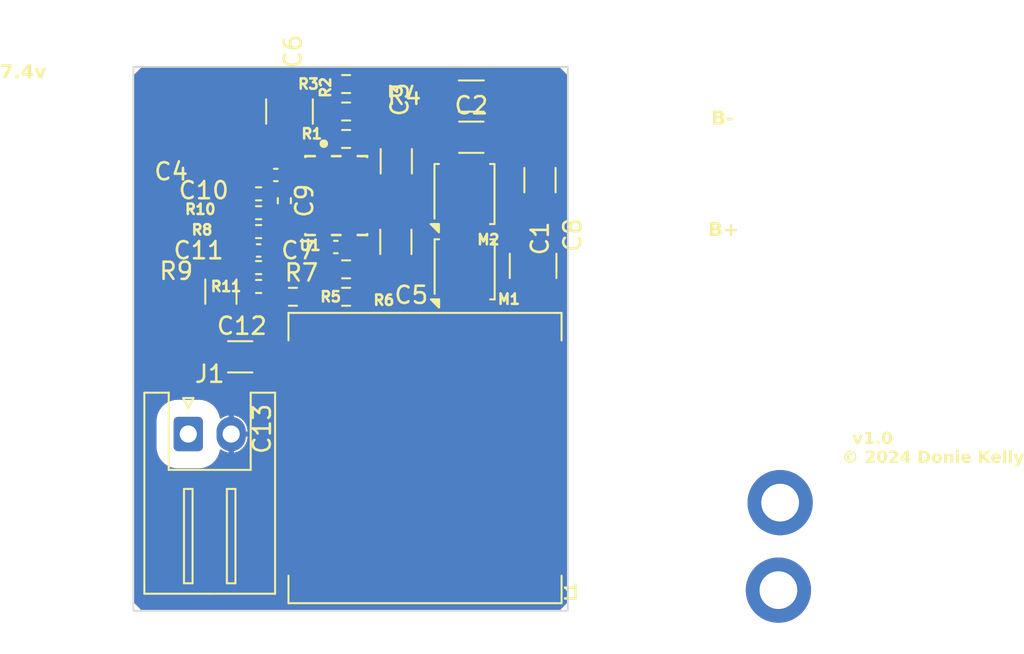
<source format=kicad_pcb>
(kicad_pcb (version 20240108) (generator "pcbnew") (generator_version "8.0")
  (layers (0 "F.Cu" signal) (31 "B.Cu" signal) (34 "B.Paste" user) (35 "F.Paste" user) (36 "B.SilkS" user "B.Silkscreen") (37 "F.SilkS" user "F.Silkscreen") (38 "B.Mask" user) (39 "F.Mask" user) (44 "Edge.Cuts" user))
  (net 0 "")
  (net 1 "+BATT")
  (net 2 "GND")
  (net 3 "Net-(U1-SS_TRK)")
  (net 4 "Net-(U1-VCC)")
  (net 5 "Net-(U1-VIN)")
  (net 6 "Net-(U1-ILIM)")
  (net 7 "Net-(M1-D)")
  (net 8 "Net-(U1-BST)")
  (net 9 "Net-(U1-COMP)")
  (net 10 "Net-(U1-FB)")
  (net 11 "+7.4V")
  (net 12 "Net-(M1-G)")
  (net 13 "Net-(M2-G)")
  (net 15 "Net-(U1-EN_UVLO)")
  (net 16 "Net-(U1-RT)")
  (net 17 "Net-(U1-SYNCIN)")
  (net 18 "Net-(U1-PGOOD)")
  (net 19 "Net-(C9-Pad2)")
  (net 20 "Net-(C11-Pad1)")
  (footprint "Resistor_SMD:R_0402_1005Metric" (layer "F.Cu") (at 113.2 78.2)
    (property "Reference" "R8" (at -3.3 -0.1 0) (layer "F.SilkS") (effects (font (size 0.6 0.6))))
    (property "Value" "2.05kΩ")
    (fp_line (start -0.153641 -0.38) (end 0.153641 -0.38) (stroke (width 0.12)) (layer "F.SilkS"))
    (fp_line (start -0.153641 0.38) (end 0.153641 0.38) (stroke (width 0.12)) (layer "F.SilkS"))
    (pad "1" smd roundrect (at -0.51 0) (size 0.54 0.64) (layers "F.Cu" "F.Paste" "F.Mask") (net 19 "Net-(C9-Pad2)"))
    (pad "2" smd roundrect (at 0.51 0) (size 0.54 0.64) (layers "F.Cu" "F.Paste" "F.Mask") (net 10 "Net-(U1-FB)"))
  )
  (footprint "Resistor_SMD:R_0603_1608Metric" (layer "F.Cu") (at 115.2 82 180)
    (property "Reference" "R5" (at -2.2 0 360) (layer "F.SilkS") (effects (font (size 0.6 0.6))))
    (property "Value" "20kΩ")
    (fp_line (start -0.237258 0.5225) (end 0.237258 0.5225) (stroke (width 0.12)) (layer "F.SilkS"))
    (fp_line (start -0.237258 -0.5225) (end 0.237258 -0.5225) (stroke (width 0.12)) (layer "F.SilkS"))
    (pad "1" smd roundrect (at -0.825 0 180) (size 0.8 0.95) (layers "F.Cu" "F.Paste" "F.Mask") (net 4 "Net-(U1-VCC)"))
    (pad "2" smd roundrect (at 0.825 0 180) (size 0.8 0.95) (layers "F.Cu" "F.Paste" "F.Mask") (net 17 "Net-(U1-SYNCIN)"))
  )
  (footprint "Capacitor_SMD:C_1206_3216Metric" (layer "F.Cu") (at 121.225 74.1 -90)
    (property "Reference" "C3" (at -3.6 -0.2 -90) (layer "F.SilkS"))
    (property "Value" "2.2uF x 3")
    (fp_line (start -0.711252 0.91) (end 0.711252 0.91) (stroke (width 0.12)) (layer "F.SilkS"))
    (fp_line (start -0.711252 -0.91) (end 0.711252 -0.91) (stroke (width 0.12)) (layer "F.SilkS"))
    (pad "1" smd roundrect (at -1.475 0 270) (size 1.15 1.8) (layers "F.Cu" "F.Paste" "F.Mask") (roundrect_rratio 0.217391) (net 1 "+BATT"))
    (pad "2" smd roundrect (at 1.475 0 270) (size 1.15 1.8) (layers "F.Cu" "F.Paste" "F.Mask") (roundrect_rratio 0.217391) (net 2 "GND"))
  )
  (footprint "Resistor_SMD:R_0603_1608Metric" (layer "F.Cu") (at 118.3 72.8 180)
    (property "Reference" "R1" (at 2 0.3 360) (layer "F.SilkS") (effects (font (size 0.6 0.6))))
    (property "Value" "174kΩ")
    (fp_line (start -0.237258 0.5225) (end 0.237258 0.5225) (stroke (width 0.12)) (layer "F.SilkS"))
    (fp_line (start -0.237258 -0.5225) (end 0.237258 -0.5225) (stroke (width 0.12)) (layer "F.SilkS"))
    (pad "1" smd roundrect (at -0.825 0 180) (size 0.8 0.95) (layers "F.Cu" "F.Paste" "F.Mask") (net 1 "+BATT"))
    (pad "2" smd roundrect (at 0.825 0 180) (size 0.8 0.95) (layers "F.Cu" "F.Paste" "F.Mask") (net 15 "Net-(U1-EN_UVLO)"))
  )
  (footprint "Resistor_SMD:R_0603_1608Metric" (layer "F.Cu") (at 118.3 80.4)
    (property "Reference" "R7" (at -2.6 0.2 360) (layer "F.SilkS"))
    (property "Value" "1.96kΩ")
    (fp_line (start -0.237258 -0.5225) (end 0.237258 -0.5225) (stroke (width 0.12)) (layer "F.SilkS"))
    (fp_line (start -0.237258 0.5225) (end 0.237258 0.5225) (stroke (width 0.12)) (layer "F.SilkS"))
    (pad "1" smd roundrect (at -0.825 0) (size 0.8 0.95) (layers "F.Cu" "F.Paste" "F.Mask") (net 6 "Net-(U1-ILIM)"))
    (pad "2" smd roundrect (at 0.825 0) (size 0.8 0.95) (layers "F.Cu" "F.Paste" "F.Mask") (net 7 "Net-(M1-D)"))
  )
  (footprint "Resistor_SMD:R_1206_3216Metric" (layer "F.Cu") (at 125.6 70.3)
    (property "Reference" "R4" (at -3.9 0 360) (layer "F.SilkS"))
    (property "Value" "2.1Ω")
    (fp_line (start -0.727064 -0.91) (end 0.727064 -0.91) (stroke (width 0.12)) (layer "F.SilkS"))
    (fp_line (start -0.727064 0.91) (end 0.727064 0.91) (stroke (width 0.12)) (layer "F.SilkS"))
    (pad "1" smd roundrect (at -1.4625 0) (size 1.125 1.75) (layers "F.Cu" "F.Paste" "F.Mask") (roundrect_rratio 0.222222) (net 1 "+BATT"))
    (pad "2" smd roundrect (at 1.4625 0) (size 1.125 1.75) (layers "F.Cu" "F.Paste" "F.Mask") (roundrect_rratio 0.222222) (net 5 "Net-(U1-VIN)"))
  )
  (footprint "Resistor_SMD:R_0603_1608Metric" (layer "F.Cu") (at 118.3 71.2)
    (property "Reference" "R2" (at -1.2 -1.4 90) (layer "F.SilkS") (effects (font (size 0.6 0.6))))
    (property "Value" "7.68kΩ")
    (fp_line (start -0.237258 -0.5225) (end 0.237258 -0.5225) (stroke (width 0.12)) (layer "F.SilkS"))
    (fp_line (start -0.237258 0.5225) (end 0.237258 0.5225) (stroke (width 0.12)) (layer "F.SilkS"))
    (pad "1" smd roundrect (at -0.825 0) (size 0.8 0.95) (layers "F.Cu" "F.Paste" "F.Mask") (net 15 "Net-(U1-EN_UVLO)"))
    (pad "2" smd roundrect (at 0.825 0) (size 0.8 0.95) (layers "F.Cu" "F.Paste" "F.Mask") (net 2 "GND"))
  )
  (footprint "Resistor_SMD:R_0402_1005Metric" (layer "F.Cu") (at 113.2 76 180)
    (property "Reference" "C10" (at 3.2 0.2 360) (layer "F.SilkS"))
    (property "Value" "680pF")
    (fp_line (start -0.153641 0.38) (end 0.153641 0.38) (stroke (width 0.12)) (layer "F.SilkS"))
    (fp_line (start -0.153641 -0.38) (end 0.153641 -0.38) (stroke (width 0.12)) (layer "F.SilkS"))
    (pad "1" smd roundrect (at -0.51 0 180) (size 0.54 0.64) (layers "F.Cu" "F.Paste" "F.Mask") (net 9 "Net-(U1-COMP)"))
    (pad "2" smd roundrect (at 0.51 0 180) (size 0.54 0.64) (layers "F.Cu" "F.Paste" "F.Mask") (net 10 "Net-(U1-FB)"))
  )
  (footprint "Package_SON:VSON-8_3.3x3.3mm_P0.65mm_NexFET" (layer "F.Cu") (at 125.2 80.4 90)
    (property "Reference" "M1" (at -1.74 2.59 180) (layer "F.SilkS") (effects (font (size 0.6 0.6))))
    (property "Value" "CSD19537Q3")
    (fp_line (start 1.75 -1.74) (end 1.75 -1.48) (stroke (width 0.12)) (layer "F.SilkS"))
    (fp_line (start -1.43 -1.74) (end 1.75 -1.74) (stroke (width 0.12)) (layer "F.SilkS"))
    (fp_line (start 1.75 1.5) (end 1.75 1.76) (stroke (width 0.12)) (layer "F.SilkS"))
    (fp_line (start -1.75 1.5) (end -1.75 1.76) (stroke (width 0.12)) (layer "F.SilkS"))
    (fp_line (start -1.75 1.76) (end 1.75 1.76) (stroke (width 0.12)) (layer "F.SilkS"))
    (fp_poly (pts (xy -1.75 -1.48) (xy -2.23 -1.48) (xy -1.75 -1.96) (xy -1.75 -1.48)) (stroke (width 0.12)) (fill solid) (layer "F.SilkS"))
    (pad "1" smd roundrect (at -1.44 -0.97 90) (size 0.63 0.5) (layers "F.Cu" "F.Paste" "F.Mask") (net 2 "GND"))
    (pad "2" smd roundrect (at -1.44 -0.33 90) (size 0.63 0.5) (layers "F.Cu" "F.Paste" "F.Mask") (net 2 "GND"))
    (pad "3" smd roundrect (at -1.44 0.33 90) (size 0.63 0.5) (layers "F.Cu" "F.Paste" "F.Mask") (net 2 "GND"))
    (pad "4" smd roundrect (at -1.44 0.97 90) (size 0.63 0.5) (layers "F.Cu" "F.Paste" "F.Mask") (net 12 "Net-(M1-G)"))
    (pad "5" smd custom (at 0.385 0 90) (size 1.9 2.45) (layers "F.Cu" "F.Mask") (net 7 "Net-(M1-D)") (options (clearance outline) (anchor rect)) (primitives (gr_poly (pts (xy 1.371 -0.72) (xy 0.95 -0.72) (xy 0.95 -0.58) (xy 1.37 -0.58) (xy 1.37 -0.08) (xy 0.95 -0.08) (xy 0.95 0.08) (xy 1.37 0.08) (xy 1.37 0.58) (xy 0.95 0.58) (xy 0.95 0.72) (xy 1.37 0.72) (xy 1.37 1.225) (xy -0.95 1.225) (xy -0.95 -1.225) (xy 1.371 -1.225)) (width 0) (fill yes))))
  )
  (footprint "Inductor_SMD:L_Coilcraft_XAL1580-302" (layer "F.Cu") (at 122.9 91.4)
    (property "Reference" "L1" (at 8.5 7.8 90) (layer "F.SilkS") (effects (font (size 0.6 0.6))))
    (property "Value" "3µH")
    (fp_line (start -7.96 -8.46) (end -7.96 -6.86) (stroke (width 0.12)) (layer "F.SilkS"))
    (fp_line (start -7.96 -8.46) (end 7.96 -8.46) (stroke (width 0.12)) (layer "F.SilkS"))
    (fp_line (start -7.96 8.46) (end -7.96 6.86) (stroke (width 0.12)) (layer "F.SilkS"))
    (fp_line (start -7.96 8.46) (end 7.96 8.46) (stroke (width 0.12)) (layer "F.SilkS"))
    (fp_line (start 7.96 -8.46) (end 7.96 -6.86) (stroke (width 0.12)) (layer "F.SilkS"))
    (fp_line (start 7.96 8.46) (end 7.96 6.86) (stroke (width 0.12)) (layer "F.SilkS"))
    (pad "1" smd rect (at -5.3 0) (size 3.18 13.2) (layers "F.Cu" "F.Paste" "F.Mask") (net 11 "+7.4V"))
    (pad "2" smd rect (at 5.3 0) (size 3.18 13.2) (layers "F.Cu" "F.Paste" "F.Mask") (net 7 "Net-(M1-D)"))
  )
  (footprint "Capacitor_SMD:C_0402_1005Metric" (layer "F.Cu") (at 113.2 79.3)
    (property "Reference" "C11" (at -3.5 0 0) (layer "F.SilkS"))
    (property "Value" "560pF")
    (fp_line (start -0.107836 -0.36) (end 0.107836 -0.36) (stroke (width 0.12)) (layer "F.SilkS"))
    (fp_line (start -0.107836 0.36) (end 0.107836 0.36) (stroke (width 0.12)) (layer "F.SilkS"))
    (pad "1" smd roundrect (at -0.48 0) (size 0.56 0.62) (layers "F.Cu" "F.Paste" "F.Mask") (net 20 "Net-(C11-Pad1)"))
    (pad "2" smd roundrect (at 0.48 0) (size 0.56 0.62) (layers "F.Cu" "F.Paste" "F.Mask") (net 10 "Net-(U1-FB)"))
  )
  (footprint "Capacitor_SMD:C_0402_1005Metric" (layer "F.Cu") (at 114.2 74.9 180)
    (property "Reference" "C4" (at 6.1 0.2 360) (layer "F.SilkS"))
    (property "Value" "56nF")
    (fp_line (start -0.107836 0.36) (end 0.107836 0.36) (stroke (width 0.12)) (layer "F.SilkS"))
    (fp_line (start -0.107836 -0.36) (end 0.107836 -0.36) (stroke (width 0.12)) (layer "F.SilkS"))
    (pad "1" smd roundrect (at -0.48 0 180) (size 0.56 0.62) (layers "F.Cu" "F.Paste" "F.Mask") (net 3 "Net-(U1-SS_TRK)"))
    (pad "2" smd roundrect (at 0.48 0 180) (size 0.56 0.62) (layers "F.Cu" "F.Paste" "F.Mask") (net 2 "GND"))
  )
  (footprint "MountingHole:MountingHole_2.2mm_M2_DIN965_Pad" (layer "F.Cu") (at 143.5 99.1)
    (property "Reference" "H5" (hide yes))
    (property "Value" "MountingHole")
    (pad "1" thru_hole circle (at 0 0) (size 3.8 3.8) (drill 2.2) (layers "*.Cu" "*.Mask"))
  )
  (footprint "Resistor_SMD:R_0402_1005Metric" (layer "F.Cu") (at 113.2 80.3 180)
    (property "Reference" "R9" (at 4.8 -0.2 180) (layer "F.SilkS"))
    (property "Value" "18kΩ")
    (fp_line (start -0.153641 0.38) (end 0.153641 0.38) (stroke (width 0.12)) (layer "F.SilkS"))
    (fp_line (start -0.153641 -0.38) (end 0.153641 -0.38) (stroke (width 0.12)) (layer "F.SilkS"))
    (pad "1" smd roundrect (at -0.51 0 180) (size 0.54 0.64) (layers "F.Cu" "F.Paste" "F.Mask") (net 11 "+7.4V"))
    (pad "2" smd roundrect (at 0.51 0 180) (size 0.54 0.64) (layers "F.Cu" "F.Paste" "F.Mask") (net 10 "Net-(U1-FB)"))
  )
  (footprint "Capacitor_SMD:C_1206_3216Metric" (layer "F.Cu") (at 111 81.7 -90)
    (property "Reference" "C13" (at 8 -2.4 90) (layer "F.SilkS"))
    (property "Value" "22µF x 2")
    (fp_line (start -0.711252 0.91) (end 0.711252 0.91) (stroke (width 0.12)) (layer "F.SilkS"))
    (fp_line (start -0.711252 -0.91) (end 0.711252 -0.91) (stroke (width 0.12)) (layer "F.SilkS"))
    (pad "1" smd roundrect (at -1.475 0 270) (size 1.15 1.8) (layers "F.Cu" "F.Paste" "F.Mask") (roundrect_rratio 0.217391) (net 11 "+7.4V"))
    (pad "2" smd roundrect (at 1.475 0 270) (size 1.15 1.8) (layers "F.Cu" "F.Paste" "F.Mask") (roundrect_rratio 0.217391) (net 2 "GND"))
  )
  (footprint "Resistor_SMD:R_0402_1005Metric" (layer "F.Cu") (at 114.7 76.4 -90)
    (property "Reference" "C9" (at 0 -1.17 90) (layer "F.SilkS"))
    (property "Value" "8.2nF")
    (fp_line (start -0.153641 0.38) (end 0.153641 0.38) (stroke (width 0.12)) (layer "F.SilkS"))
    (fp_line (start -0.153641 -0.38) (end 0.153641 -0.38) (stroke (width 0.12)) (layer "F.SilkS"))
    (pad "1" smd roundrect (at -0.51 0 270) (size 0.54 0.64) (layers "F.Cu" "F.Paste" "F.Mask") (net 9 "Net-(U1-COMP)"))
    (pad "2" smd roundrect (at 0.51 0 270) (size 0.54 0.64) (layers "F.Cu" "F.Paste" "F.Mask") (net 19 "Net-(C9-Pad2)"))
  )
  (footprint "Resistor_SMD:R_0402_1005Metric" (layer "F.Cu") (at 113.2 77.1 180)
    (property "Reference" "R10" (at 3.4 0.2 0) (layer "F.SilkS") (effects (font (size 0.6 0.6))))
    (property "Value" "2.15kΩ")
    (fp_line (start -0.153641 0.38) (end 0.153641 0.38) (stroke (width 0.12)) (layer "F.SilkS"))
    (fp_line (start -0.153641 -0.38) (end 0.153641 -0.38) (stroke (width 0.12)) (layer "F.SilkS"))
    (pad "1" smd roundrect (at -0.51 0 180) (size 0.54 0.64) (layers "F.Cu" "F.Paste" "F.Mask") (net 10 "Net-(U1-FB)"))
    (pad "2" smd roundrect (at 0.51 0 180) (size 0.54 0.64) (layers "F.Cu" "F.Paste" "F.Mask") (net 2 "GND"))
  )
  (footprint "Capacitor_SMD:C_1206_3216Metric" (layer "F.Cu") (at 121.2 78.8 -90)
    (property "Reference" "C5" (at 3.1 -0.9 0) (layer "F.SilkS"))
    (property "Value" "2.2µF")
    (fp_line (start -0.711252 0.91) (end 0.711252 0.91) (stroke (width 0.12)) (layer "F.SilkS"))
    (fp_line (start -0.711252 -0.91) (end 0.711252 -0.91) (stroke (width 0.12)) (layer "F.SilkS"))
    (pad "1" smd roundrect (at -1.475 0 270) (size 1.15 1.8) (layers "F.Cu" "F.Paste" "F.Mask") (roundrect_rratio 0.217391) (net 4 "Net-(U1-VCC)"))
    (pad "2" smd roundrect (at 1.475 0 270) (size 1.15 1.8) (layers "F.Cu" "F.Paste" "F.Mask") (roundrect_rratio 0.217391) (net 2 "GND"))
  )
  (footprint "LM5146QRGYTQ1:RGY0020B-MFG" (layer "F.Cu") (at 117.725 76.1)
    (property "Reference" "U1" (at -1.525 2.9 0) (layer "F.SilkS") (effects (font (size 0.6 0.6))))
    (property "Value" "LM5146RGYR")
    (fp_line (start -1.799999 -2.3) (end -1.25 -2.3) (stroke (width 0.15)) (layer "F.SilkS"))
    (fp_line (start -1.799999 -2.250001) (end -1.799999 -2.3) (stroke (width 0.15)) (layer "F.SilkS"))
    (fp_line (start -1.799999 2.3) (end -1.799999 2.250001) (stroke (width 0.15)) (layer "F.SilkS"))
    (fp_line (start -1.799999 2.3) (end -1.25 2.3) (stroke (width 0.15)) (layer "F.SilkS"))
    (fp_line (start -0.25 -2.3) (end 0.25 -2.3) (stroke (width 0.15)) (layer "F.SilkS"))
    (fp_line (start -0.25 2.3) (end 0.25 2.3) (stroke (width 0.15)) (layer "F.SilkS"))
    (fp_line (start 1.25 -2.3) (end 1.799999 -2.3) (stroke (width 0.15)) (layer "F.SilkS"))
    (fp_line (start 1.25 2.3) (end 1.799999 2.3) (stroke (width 0.15)) (layer "F.SilkS"))
    (fp_line (start 1.799999 -2.250001) (end 1.799999 -2.3) (stroke (width 0.15)) (layer "F.SilkS"))
    (fp_line (start 1.799999 2.3) (end 1.799999 2.250001) (stroke (width 0.15)) (layer "F.SilkS"))
    (fp_circle (center -0.725 -3.025) (end -0.599999 -3.025) (stroke (width 0.25)) (fill none) (layer "F.SilkS"))
    (pad "1" smd rect (at -0.750001 -2.150001) (size 0.249999 0.599999) (layers "F.Cu" "F.Paste" "F.Mask") (net 15 "Net-(U1-EN_UVLO)"))
    (pad "2" smd rect (at -1.649999 -1.749999 90) (size 0.249999 0.599999) (layers "F.Cu" "F.Paste" "F.Mask") (net 16 "Net-(U1-RT)"))
    (pad "3" smd rect (at -1.649999 -1.25 90) (size 0.249999 0.599999) (layers "F.Cu" "F.Paste" "F.Mask") (net 3 "Net-(U1-SS_TRK)"))
    (pad "4" smd rect (at -1.649999 -0.750001 90) (size 0.249999 0.599999) (layers "F.Cu" "F.Paste" "F.Mask") (net 9 "Net-(U1-COMP)"))
    (pad "5" smd rect (at -1.649999 -0.25 90) (size 0.249999 0.599999) (layers "F.Cu" "F.Paste" "F.Mask") (net 10 "Net-(U1-FB)"))
    (pad "6" smd rect (at -1.649999 0.25 90) (size 0.249999 0.599999) (layers "F.Cu" "F.Paste" "F.Mask") (net 2 "GND"))
    (pad "7" smd rect (at -1.649999 0.750001 90) (size 0.249999 0.599999) (layers "F.Cu" "F.Paste" "F.Mask"))
    (pad "8" smd rect (at -1.649999 1.25 90) (size 0.249999 0.599999) (layers "F.Cu" "F.Paste" "F.Mask") (net 17 "Net-(U1-SYNCIN)"))
    (pad "9" smd rect (at -1.649999 1.749999 90) (size 0.249999 0.599999) (layers "F.Cu" "F.Paste" "F.Mask") (net 2 "GND"))
    (pad "10" smd rect (at -0.750001 2.150001) (size 0.249999 0.599999) (layers "F.Cu" "F.Paste" "F.Mask") (net 18 "Net-(U1-PGOOD)"))
    (pad "11" smd rect (at 0.750001 2.150001) (size 0.249999 0.599999) (layers "F.Cu" "F.Paste" "F.Mask") (net 6 "Net-(U1-ILIM)"))
    (pad "12" smd rect (at 1.649999 1.749999 90) (size 0.249999 0.599999) (layers "F.Cu" "F.Paste" "F.Mask") (net 2 "GND"))
    (pad "13" smd rect (at 1.649999 1.25 90) (size 0.249999 0.599999) (layers "F.Cu" "F.Paste" "F.Mask") (net 12 "Net-(M1-G)"))
    (pad "14" smd rect (at 1.649999 0.750001 90) (size 0.249999 0.599999) (layers "F.Cu" "F.Paste" "F.Mask") (net 4 "Net-(U1-VCC)"))
    (pad "15" smd rect (at 1.649999 0.25 90) (size 0.249999 0.599999) (layers "F.Cu" "F.Paste" "F.Mask") (net 2 "GND"))
    (pad "16" smd rect (at 1.649999 -0.25 90) (size 0.249999 0.599999) (layers "F.Cu" "F.Paste" "F.Mask") (net 2 "GND"))
    (pad "17" smd rect (at 1.649999 -0.750001 90) (size 0.249999 0.599999) (layers "F.Cu" "F.Paste" "F.Mask") (net 8 "Net-(U1-BST)"))
    (pad "18" smd rect (at 1.649999 -1.25 90) (size 0.249999 0.599999) (layers "F.Cu" "F.Paste" "F.Mask") (net 13 "Net-(M2-G)"))
    (pad "19" smd rect (at 1.649999 -1.749999 90) (size 0.249999 0.599999) (layers "F.Cu" "F.Paste" "F.Mask") (net 7 "Net-(M1-D)"))
    (pad "20" smd rect (at 0.750001 -2.150001) (size 0.249999 0.599999) (layers "F.Cu" "F.Paste" "F.Mask") (net 5 "Net-(U1-VIN)"))
    (pad "21" smd rect (at 0 0) (size 1.699999 2.7) (layers "F.Cu" "F.Mask") (net 2 "GND"))
  )
  (footprint "Capacitor_SMD:C_1206_3216Metric" (layer "F.Cu") (at 112.125 85.5 180)
    (property "Reference" "C12" (at -0.1 1.8 360) (layer "F.SilkS"))
    (property "Value" "22µF x 2")
    (fp_line (start -0.711252 0.91) (end 0.711252 0.91) (stroke (width 0.12)) (layer "F.SilkS"))
    (fp_line (start -0.711252 -0.91) (end 0.711252 -0.91) (stroke (width 0.12)) (layer "F.SilkS"))
    (pad "1" smd roundrect (at -1.475 0 180) (size 1.15 1.8) (layers "F.Cu" "F.Paste" "F.Mask") (roundrect_rratio 0.217391) (net 11 "+7.4V"))
    (pad "2" smd roundrect (at 1.475 0 180) (size 1.15 1.8) (layers "F.Cu" "F.Paste" "F.Mask") (roundrect_rratio 0.217391) (net 2 "GND"))
  )
  (footprint "Connector_JST:JST_XH_S2B-XH-A_1x02_P2.50mm_Horizontal" (layer "F.Cu") (at 109.1 90)
    (property "Reference" "J1" (at 1.25 -3.5 360) (layer "F.SilkS"))
    (property "Value" "Conn_01x02_Socket")
    (fp_line (start -2.56 -2.41) (end -1.14 -2.41) (stroke (width 0.12)) (layer "F.SilkS"))
    (fp_line (start -2.56 9.31) (end -2.56 -2.41) (stroke (width 0.12)) (layer "F.SilkS"))
    (fp_line (start -1.14 -2.41) (end -1.14 2.09) (stroke (width 0.12)) (layer "F.SilkS"))
    (fp_line (start -1.14 2.09) (end 1.25 2.09) (stroke (width 0.12)) (layer "F.SilkS"))
    (fp_line (start -0.3 -2.1) (end 0.3 -2.1) (stroke (width 0.12)) (layer "F.SilkS"))
    (fp_line (start -0.25 3.2) (end -0.25 8.7) (stroke (width 0.12)) (layer "F.SilkS"))
    (fp_line (start -0.25 8.7) (end 0.25 8.7) (stroke (width 0.12)) (layer "F.SilkS"))
    (fp_line (start 0 -1.5) (end -0.3 -2.1) (stroke (width 0.12)) (layer "F.SilkS"))
    (fp_line (start 0.25 3.2) (end -0.25 3.2) (stroke (width 0.12)) (layer "F.SilkS"))
    (fp_line (start 0.25 8.7) (end 0.25 3.2) (stroke (width 0.12)) (layer "F.SilkS"))
    (fp_line (start 0.3 -2.1) (end 0 -1.5) (stroke (width 0.12)) (layer "F.SilkS"))
    (fp_line (start 1.25 9.31) (end -2.56 9.31) (stroke (width 0.12)) (layer "F.SilkS"))
    (fp_line (start 1.25 9.31) (end 5.06 9.31) (stroke (width 0.12)) (layer "F.SilkS"))
    (fp_line (start 2.25 3.2) (end 2.25 8.7) (stroke (width 0.12)) (layer "F.SilkS"))
    (fp_line (start 2.25 8.7) (end 2.75 8.7) (stroke (width 0.12)) (layer "F.SilkS"))
    (fp_line (start 2.75 3.2) (end 2.25 3.2) (stroke (width 0.12)) (layer "F.SilkS"))
    (fp_line (start 2.75 8.7) (end 2.75 3.2) (stroke (width 0.12)) (layer "F.SilkS"))
    (fp_line (start 3.64 -2.41) (end 3.64 2.09) (stroke (width 0.12)) (layer "F.SilkS"))
    (fp_line (start 3.64 2.09) (end 1.25 2.09) (stroke (width 0.12)) (layer "F.SilkS"))
    (fp_line (start 5.06 -2.41) (end 3.64 -2.41) (stroke (width 0.12)) (layer "F.SilkS"))
    (fp_line (start 5.06 9.31) (end 5.06 -2.41) (stroke (width 0.12)) (layer "F.SilkS"))
    (pad "1" thru_hole roundrect (at 0 0) (size 1.7 2) (drill 1) (layers "*.Cu" "*.Mask") (roundrect_rratio 0.147059) (net 11 "+7.4V"))
    (pad "2" thru_hole oval (at 2.5 0) (size 1.7 2) (drill 1) (layers "*.Cu" "*.Mask") (net 2 "GND"))
  )
  (footprint "Capacitor_SMD:C_1210_3225Metric" (layer "F.Cu") (at 129.2 80.2 -90)
    (property "Reference" "C8" (at -1.8 -2.3 -90) (layer "F.SilkS"))
    (property "Value" "100nF")
    (fp_line (start -0.711252 1.36) (end 0.711252 1.36) (stroke (width 0.12)) (layer "F.SilkS"))
    (fp_line (start -0.711252 -1.36) (end 0.711252 -1.36) (stroke (width 0.12)) (layer "F.SilkS"))
    (pad "1" smd roundrect (at -1.475 0 270) (size 1.15 2.7) (layers "F.Cu" "F.Paste" "F.Mask") (roundrect_rratio 0.217391) (net 8 "Net-(U1-BST)"))
    (pad "2" smd roundrect (at 1.475 0 270) (size 1.15 2.7) (layers "F.Cu" "F.Paste" "F.Mask") (roundrect_rratio 0.217391) (net 7 "Net-(M1-D)"))
  )
  (footprint "Capacitor_SMD:C_1210_3225Metric" (layer "F.Cu") (at 115 71.2 90)
    (property "Reference" "C6" (at 3.5 0.2 90) (layer "F.SilkS"))
    (property "Value" "100nF")
    (fp_line (start -0.711252 -1.36) (end 0.711252 -1.36) (stroke (width 0.12)) (layer "F.SilkS"))
    (fp_line (start -0.711252 1.36) (end 0.711252 1.36) (stroke (width 0.12)) (layer "F.SilkS"))
    (pad "1" smd roundrect (at -1.475 0 90) (size 1.15 2.7) (layers "F.Cu" "F.Paste" "F.Mask") (roundrect_rratio 0.217391) (net 5 "Net-(U1-VIN)"))
    (pad "2" smd roundrect (at 1.475 0 90) (size 1.15 2.7) (layers "F.Cu" "F.Paste" "F.Mask") (roundrect_rratio 0.217391) (net 2 "GND"))
  )
  (footprint "Capacitor_SMD:C_1206_3216Metric" (layer "F.Cu") (at 125.6 72.7)
    (property "Reference" "C2" (at 0 -1.85 360) (layer "F.SilkS"))
    (property "Value" "2.2uF x 3")
    (fp_line (start -0.711252 -0.91) (end 0.711252 -0.91) (stroke (width 0.12)) (layer "F.SilkS"))
    (fp_line (start -0.711252 0.91) (end 0.711252 0.91) (stroke (width 0.12)) (layer "F.SilkS"))
    (pad "1" smd roundrect (at -1.475 0) (size 1.15 1.8) (layers "F.Cu" "F.Paste" "F.Mask") (roundrect_rratio 0.217391) (net 1 "+BATT"))
    (pad "2" smd roundrect (at 1.475 0) (size 1.15 1.8) (layers "F.Cu" "F.Paste" "F.Mask") (roundrect_rratio 0.217391) (net 2 "GND"))
  )
  (footprint "Capacitor_SMD:C_0402_1005Metric" (layer "F.Cu") (at 117.7 79.1 180)
    (property "Reference" "C7" (at 2.2 -0.2 180) (layer "F.SilkS"))
    (property "Value" "3pF")
    (fp_line (start -0.107836 0.36) (end 0.107836 0.36) (stroke (width 0.12)) (layer "F.SilkS"))
    (fp_line (start -0.107836 -0.36) (end 0.107836 -0.36) (stroke (width 0.12)) (layer "F.SilkS"))
    (pad "1" smd roundrect (at -0.48 0 180) (size 0.56 0.62) (layers "F.Cu" "F.Paste" "F.Mask") (net 6 "Net-(U1-ILIM)"))
    (pad "2" smd roundrect (at 0.48 0 180) (size 0.56 0.62) (layers "F.Cu" "F.Paste" "F.Mask") (net 2 "GND"))
  )
  (footprint "Resistor_SMD:R_0402_1005Metric" (layer "F.Cu") (at 113.2 81.4 180)
    (property "Reference" "R11" (at 1.9 0 0) (layer "F.SilkS") (effects (font (size 0.6 0.6))))
    (property "Value" "66.5Ω")
    (fp_line (start -0.153641 0.38) (end 0.153641 0.38) (stroke (width 0.12)) (layer "F.SilkS"))
    (fp_line (start -0.153641 -0.38) (end 0.153641 -0.38) (stroke (width 0.12)) (layer "F.SilkS"))
    (pad "1" smd roundrect (at -0.51 0 180) (size 0.54 0.64) (layers "F.Cu" "F.Paste" "F.Mask") (net 11 "+7.4V"))
    (pad "2" smd roundrect (at 0.51 0 180) (size 0.54 0.64) (layers "F.Cu" "F.Paste" "F.Mask") (net 20 "Net-(C11-Pad1)"))
  )
  (footprint "MountingHole:MountingHole_2.2mm_M2_DIN965_Pad" (layer "F.Cu") (at 143.6 94)
    (property "Reference" "H4" (hide yes))
    (property "Value" "MountingHole")
    (pad "1" thru_hole circle (at 0 0) (size 3.8 3.8) (drill 2.2) (layers "*.Cu" "*.Mask"))
  )
  (footprint "Resistor_SMD:R_0603_1608Metric" (layer "F.Cu") (at 118.3 69.6 180)
    (property "Reference" "R3" (at 2.2 0 360) (layer "F.SilkS") (effects (font (size 0.6 0.6))))
    (property "Value" "39.2kΩ")
    (fp_line (start -0.237258 0.5225) (end 0.237258 0.5225) (stroke (width 0.12)) (layer "F.SilkS"))
    (fp_line (start -0.237258 -0.5225) (end 0.237258 -0.5225) (stroke (width 0.12)) (layer "F.SilkS"))
    (pad "1" smd roundrect (at -0.825 0 180) (size 0.8 0.95) (layers "F.Cu" "F.Paste" "F.Mask") (net 16 "Net-(U1-RT)"))
    (pad "2" smd roundrect (at 0.825 0 180) (size 0.8 0.95) (layers "F.Cu" "F.Paste" "F.Mask") (net 2 "GND"))
  )
  (footprint "Resistor_SMD:R_0603_1608Metric" (layer "F.Cu") (at 118.3 82 180)
    (property "Reference" "R6" (at -2.2 -0.2 360) (layer "F.SilkS") (effects (font (size 0.6 0.6))))
    (property "Value" "20kΩ")
    (fp_line (start -0.237258 0.5225) (end 0.237258 0.5225) (stroke (width 0.12)) (layer "F.SilkS"))
    (fp_line (start -0.237258 -0.5225) (end 0.237258 -0.5225) (stroke (width 0.12)) (layer "F.SilkS"))
    (pad "1" smd roundrect (at -0.825 0 180) (size 0.8 0.95) (layers "F.Cu" "F.Paste" "F.Mask") (net 4 "Net-(U1-VCC)"))
    (pad "2" smd roundrect (at 0.825 0 180) (size 0.8 0.95) (layers "F.Cu" "F.Paste" "F.Mask") (net 18 "Net-(U1-PGOOD)"))
  )
  (footprint "Package_SON:VSON-8_3.3x3.3mm_P0.65mm_NexFET" (layer "F.Cu") (at 125.19 76.01 90)
    (property "Reference" "M2" (at -2.66 1.4 180) (layer "F.SilkS") (effects (font (size 0.6 0.6))))
    (property "Value" "CSD19537Q3")
    (fp_line (start 1.75 -1.74) (end 1.75 -1.48) (stroke (width 0.12)) (layer "F.SilkS"))
    (fp_line (start -1.43 -1.74) (end 1.75 -1.74) (stroke (width 0.12)) (layer "F.SilkS"))
    (fp_line (start 1.75 1.5) (end 1.75 1.76) (stroke (width 0.12)) (layer "F.SilkS"))
    (fp_line (start -1.75 1.5) (end -1.75 1.76) (stroke (width 0.12)) (layer "F.SilkS"))
    (fp_line (start -1.75 1.76) (end 1.75 1.76) (stroke (width 0.12)) (layer "F.SilkS"))
    (fp_poly (pts (xy -1.75 -1.48) (xy -2.23 -1.48) (xy -1.75 -1.96) (xy -1.75 -1.48)) (stroke (width 0.12)) (fill solid) (layer "F.SilkS"))
    (pad "1" smd roundrect (at -1.44 -0.97 90) (size 0.63 0.5) (layers "F.Cu" "F.Paste" "F.Mask") (net 7 "Net-(M1-D)"))
    (pad "2" smd roundrect (at -1.44 -0.33 90) (size 0.63 0.5) (layers "F.Cu" "F.Paste" "F.Mask") (net 7 "Net-(M1-D)"))
    (pad "3" smd roundrect (at -1.44 0.33 90) (size 0.63 0.5) (layers "F.Cu" "F.Paste" "F.Mask") (net 7 "Net-(M1-D)"))
    (pad "4" smd roundrect (at -1.44 0.97 90) (size 0.63 0.5) (layers "F.Cu" "F.Paste" "F.Mask") (net 13 "Net-(M2-G)"))
    (pad "5" smd custom (at 0.385 0 90) (size 1.9 2.45) (layers "F.Cu" "F.Mask") (net 1 "+BATT") (options (clearance outline) (anchor rect)) (primitives (gr_poly (pts (xy 1.371 -0.72) (xy 0.95 -0.72) (xy 0.95 -0.58) (xy 1.37 -0.58) (xy 1.37 -0.08) (xy 0.95 -0.08) (xy 0.95 0.08) (xy 1.37 0.08) (xy 1.37 0.58) (xy 0.95 0.58) (xy 0.95 0.72) (xy 1.37 0.72) (xy 1.37 1.225) (xy -0.95 1.225) (xy -0.95 -1.225) (xy 1.371 -1.225)) (width 0) (fill yes))))
  )
  (footprint "Capacitor_SMD:C_1206_3216Metric" (layer "F.Cu") (at 129.6 75.2 90)
    (property "Reference" "C1" (at -3.4 0 90) (layer "F.SilkS"))
    (property "Value" "2.2uF x 3")
    (fp_line (start -0.711252 -0.91) (end 0.711252 -0.91) (stroke (width 0.12)) (layer "F.SilkS"))
    (fp_line (start -0.711252 0.91) (end 0.711252 0.91) (stroke (width 0.12)) (layer "F.SilkS"))
    (pad "1" smd roundrect (at -1.475 0 90) (size 1.15 1.8) (layers "F.Cu" "F.Paste" "F.Mask") (roundrect_rratio 0.217391) (net 1 "+BATT"))
    (pad "2" smd roundrect (at 1.475 0 90) (size 1.15 1.8) (layers "F.Cu" "F.Paste" "F.Mask") (roundrect_rratio 0.217391) (net 2 "GND"))
  )
  (gr_rect (start 105.9 68.6) (end 131.225 100.3) (stroke (width 0.1)) (fill none) (layer "Edge.Cuts"))
  (gr_text "v1.0" (at 147.8 90.7 0) (layer "F.SilkS") (effects (font (size 0.7 0.7) (thickness 0.175) (bold yes)) (justify left bottom)))
  (gr_text "7.4v" (at 98.125 69.4 0) (layer "F.SilkS") (effects (font (size 0.8 0.8) (thickness 0.175) (bold yes)) (justify left bottom)))
  (gr_text "B+" (at 141.2 78.6 0) (layer "F.SilkS") (effects (font (size 0.8 0.8) (thickness 0.175) (bold yes)) (justify right bottom)))
  (gr_text "B-" (at 140.9 72.1 0) (layer "F.SilkS") (effects (font (size 0.8 0.8) (thickness 0.175) (bold yes)) (justify right bottom)))
  (gr_text "© 2024 Donie Kelly" (at 147.2 91.8 0) (layer "F.SilkS") (effects (font (size 0.7 0.7) (thickness 0.175) (bold yes)) (justify left bottom)))
  (segment (start 119.374999 76.850001) (end 119.750001 76.850001) (width 0.15) (layer "F.Cu") (net 4))
  (segment (start 119.750001 76.850001) (end 120.225 77.325) (width 0.15) (layer "F.Cu") (net 4))
  (segment (start 120.225 77.325) (end 121.2 77.325) (width 0.15) (layer "F.Cu") (net 4))
  (zone (net 2) (net_name "GND") (layers "F&B.Cu") (connect_pads (clearance 0.1)) (min_thickness 0.1) (fill yes (thermal_gap 0.1) (thermal_bridge_width 0.3) (smoothing chamfer) (radius 0.5) (island_removal_mode 2) (island_area_min 5))
    (polygon (pts (xy 131.763575 64.7) (xy 131.482179 101) (xy 100.372268 101) (xy 100.39271 64.866061)))
  )
)
</source>
